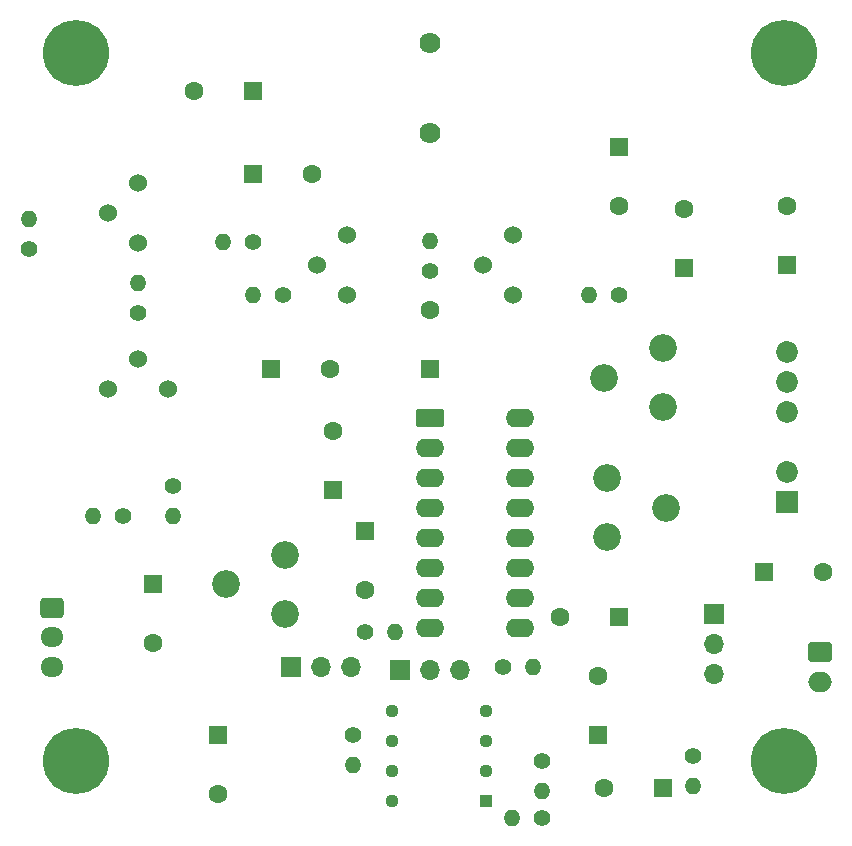
<source format=gbr>
%TF.GenerationSoftware,KiCad,Pcbnew,9.0.0*%
%TF.CreationDate,2025-05-14T11:21:04+02:00*%
%TF.ProjectId,Alarme,416c6172-6d65-42e6-9b69-6361645f7063,V0*%
%TF.SameCoordinates,Original*%
%TF.FileFunction,Soldermask,Top*%
%TF.FilePolarity,Negative*%
%FSLAX46Y46*%
G04 Gerber Fmt 4.6, Leading zero omitted, Abs format (unit mm)*
G04 Created by KiCad (PCBNEW 9.0.0) date 2025-05-14 11:21:04*
%MOMM*%
%LPD*%
G01*
G04 APERTURE LIST*
G04 Aperture macros list*
%AMRoundRect*
0 Rectangle with rounded corners*
0 $1 Rounding radius*
0 $2 $3 $4 $5 $6 $7 $8 $9 X,Y pos of 4 corners*
0 Add a 4 corners polygon primitive as box body*
4,1,4,$2,$3,$4,$5,$6,$7,$8,$9,$2,$3,0*
0 Add four circle primitives for the rounded corners*
1,1,$1+$1,$2,$3*
1,1,$1+$1,$4,$5*
1,1,$1+$1,$6,$7*
1,1,$1+$1,$8,$9*
0 Add four rect primitives between the rounded corners*
20,1,$1+$1,$2,$3,$4,$5,0*
20,1,$1+$1,$4,$5,$6,$7,0*
20,1,$1+$1,$6,$7,$8,$9,0*
20,1,$1+$1,$8,$9,$2,$3,0*%
G04 Aperture macros list end*
%ADD10O,1.700000X1.700000*%
%ADD11R,1.700000X1.700000*%
%ADD12R,1.600000X1.600000*%
%ADD13C,1.600000*%
%ADD14C,2.340000*%
%ADD15C,1.400000*%
%ADD16O,1.400000X1.400000*%
%ADD17RoundRect,0.250000X-0.750000X0.600000X-0.750000X-0.600000X0.750000X-0.600000X0.750000X0.600000X0*%
%ADD18O,2.000000X1.700000*%
%ADD19RoundRect,0.250000X-0.950000X-0.550000X0.950000X-0.550000X0.950000X0.550000X-0.950000X0.550000X0*%
%ADD20O,2.400000X1.600000*%
%ADD21C,1.524800*%
%ADD22C,5.600000*%
%ADD23C,1.779000*%
%ADD24RoundRect,0.250000X-0.725000X0.600000X-0.725000X-0.600000X0.725000X-0.600000X0.725000X0.600000X0*%
%ADD25O,1.950000X1.700000*%
%ADD26R,1.130000X1.130000*%
%ADD27C,1.130000*%
%ADD28R,1.850000X1.850000*%
%ADD29C,1.850000*%
G04 APERTURE END LIST*
D10*
%TO.C,JP5*%
X174000000Y-122555000D03*
X174000000Y-120015000D03*
D11*
X174000000Y-117475000D03*
%TD*%
D12*
%TO.C,C8*%
X166000000Y-117750000D03*
D13*
X161000000Y-117750000D03*
%TD*%
D14*
%TO.C,RV3*%
X137750000Y-117500000D03*
X132750000Y-115000000D03*
X137750000Y-112500000D03*
%TD*%
D11*
%TO.C,JP2*%
X147420000Y-122250000D03*
D10*
X149960000Y-122250000D03*
X152500000Y-122250000D03*
%TD*%
D12*
%TO.C,C19*%
X164250000Y-127750000D03*
D13*
X164250000Y-122750000D03*
%TD*%
D12*
%TO.C,C9*%
X135000000Y-80250000D03*
D13*
X140000000Y-80250000D03*
%TD*%
D12*
%TO.C,C5*%
X135000000Y-73250000D03*
D13*
X130000000Y-73250000D03*
%TD*%
D15*
%TO.C,R5*%
X159500000Y-134750000D03*
D16*
X156960000Y-134750000D03*
%TD*%
D15*
%TO.C,R8*%
X143500000Y-127750000D03*
D16*
X143500000Y-130290000D03*
%TD*%
D15*
%TO.C,R15*%
X156210000Y-122000000D03*
D16*
X158750000Y-122000000D03*
%TD*%
D15*
%TO.C,R1*%
X172250000Y-129530000D03*
D16*
X172250000Y-132070000D03*
%TD*%
D12*
%TO.C,C3*%
X150000000Y-96750000D03*
D13*
X150000000Y-91750000D03*
%TD*%
D12*
%TO.C,C12*%
X180250000Y-88000000D03*
D13*
X180250000Y-83000000D03*
%TD*%
D17*
%TO.C,J1*%
X183000000Y-120750000D03*
D18*
X183000000Y-123250000D03*
%TD*%
D12*
%TO.C,C14*%
X136500000Y-96750000D03*
D13*
X141500000Y-96750000D03*
%TD*%
D15*
%TO.C,R11*%
X125250000Y-92000000D03*
D16*
X125250000Y-89460000D03*
%TD*%
D12*
%TO.C,C13*%
X171500000Y-88250000D03*
D13*
X171500000Y-83250000D03*
%TD*%
D12*
%TO.C,C15*%
X126500000Y-115000000D03*
D13*
X126500000Y-120000000D03*
%TD*%
D15*
%TO.C,R13*%
X124000000Y-109250000D03*
D16*
X121460000Y-109250000D03*
%TD*%
D12*
%TO.C,C2*%
X169750000Y-132250000D03*
D13*
X164750000Y-132250000D03*
%TD*%
D12*
%TO.C,C10*%
X178250000Y-114000000D03*
D13*
X183250000Y-114000000D03*
%TD*%
D19*
%TO.C,U2*%
X150000000Y-100960000D03*
D20*
X150000000Y-103500000D03*
X150000000Y-106040000D03*
X150000000Y-108580000D03*
X150000000Y-111120000D03*
X150000000Y-113660000D03*
X150000000Y-116200000D03*
X150000000Y-118740000D03*
X157620000Y-118740000D03*
X157620000Y-116200000D03*
X157620000Y-113660000D03*
X157620000Y-111120000D03*
X157620000Y-108580000D03*
X157620000Y-106040000D03*
X157620000Y-103500000D03*
X157620000Y-100960000D03*
%TD*%
D21*
%TO.C,Q4*%
X127830000Y-98500000D03*
X125290000Y-95960000D03*
X122750000Y-98500000D03*
%TD*%
D12*
%TO.C,C17*%
X141750000Y-107000000D03*
D13*
X141750000Y-102000000D03*
%TD*%
D22*
%TO.C,H5*%
X180000000Y-130000000D03*
%TD*%
D23*
%TO.C,LS1*%
X150000000Y-69200000D03*
X150000000Y-76800000D03*
%TD*%
D12*
%TO.C,C20*%
X132000000Y-127750000D03*
D13*
X132000000Y-132750000D03*
%TD*%
D12*
%TO.C,C4*%
X166000000Y-78000000D03*
D13*
X166000000Y-83000000D03*
%TD*%
D14*
%TO.C,RV2*%
X169750000Y-100000000D03*
X164750000Y-97500000D03*
X169750000Y-95000000D03*
%TD*%
D15*
%TO.C,R12*%
X128250000Y-106710000D03*
D16*
X128250000Y-109250000D03*
%TD*%
D24*
%TO.C,J2*%
X118000000Y-117000000D03*
D25*
X118000000Y-119500000D03*
X118000000Y-122000000D03*
%TD*%
D15*
%TO.C,R2*%
X159500000Y-130000000D03*
D16*
X159500000Y-132540000D03*
%TD*%
D11*
%TO.C,JP4*%
X138250000Y-122000000D03*
D10*
X140790000Y-122000000D03*
X143330000Y-122000000D03*
%TD*%
D22*
%TO.C,H6*%
X120000000Y-70000000D03*
%TD*%
D15*
%TO.C,R9*%
X116000000Y-86592500D03*
D16*
X116000000Y-84052500D03*
%TD*%
D26*
%TO.C,U1*%
X154750000Y-133310000D03*
D27*
X154750000Y-130770000D03*
X154750000Y-128230000D03*
X154750000Y-125690000D03*
X146810000Y-125690000D03*
X146810000Y-128230000D03*
X146810000Y-130770000D03*
X146810000Y-133310000D03*
%TD*%
D15*
%TO.C,R7*%
X137567500Y-90500000D03*
D16*
X135027500Y-90500000D03*
%TD*%
D28*
%TO.C,PS1*%
X180250000Y-108000000D03*
D29*
X180250000Y-105460000D03*
X180250000Y-100380000D03*
X180250000Y-97840000D03*
X180250000Y-95300000D03*
%TD*%
D12*
%TO.C,C7*%
X144500000Y-110500000D03*
D13*
X144500000Y-115500000D03*
%TD*%
D21*
%TO.C,Q2*%
X157000000Y-85460000D03*
X154460000Y-88000000D03*
X157000000Y-90540000D03*
%TD*%
%TO.C,Q3*%
X125250000Y-81000000D03*
X122710000Y-83540000D03*
X125250000Y-86080000D03*
%TD*%
D15*
%TO.C,R14*%
X144500000Y-119000000D03*
D16*
X147040000Y-119000000D03*
%TD*%
D21*
%TO.C,Q1*%
X143000000Y-85460000D03*
X140460000Y-88000000D03*
X143000000Y-90540000D03*
%TD*%
D15*
%TO.C,R10*%
X135000000Y-86000000D03*
D16*
X132460000Y-86000000D03*
%TD*%
D15*
%TO.C,R6*%
X166000000Y-90500000D03*
D16*
X163460000Y-90500000D03*
%TD*%
D22*
%TO.C,H8*%
X180000000Y-70000000D03*
%TD*%
D14*
%TO.C,RV4*%
X165000000Y-106000000D03*
X170000000Y-108500000D03*
X165000000Y-111000000D03*
%TD*%
D22*
%TO.C,H7*%
X120000000Y-130000000D03*
%TD*%
D15*
%TO.C,R4*%
X150000000Y-88500000D03*
D16*
X150000000Y-85960000D03*
%TD*%
M02*

</source>
